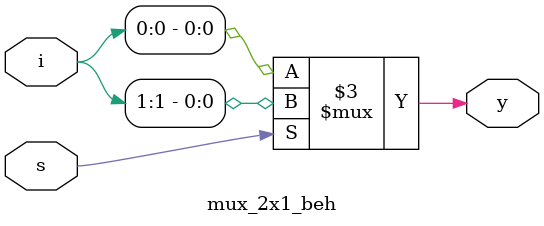
<source format=v>
`timescale 1ns / 1ps

module mux_2x1_beh(y,i,s);
	output y;
	input[1:0] i;
	input s;
	reg y;
	
	//always@(s,i[0],i[1])
	
	always@(s or i[0] or i[1])
		if(s)y=i[1];
		else y=i[0];

endmodule

</source>
